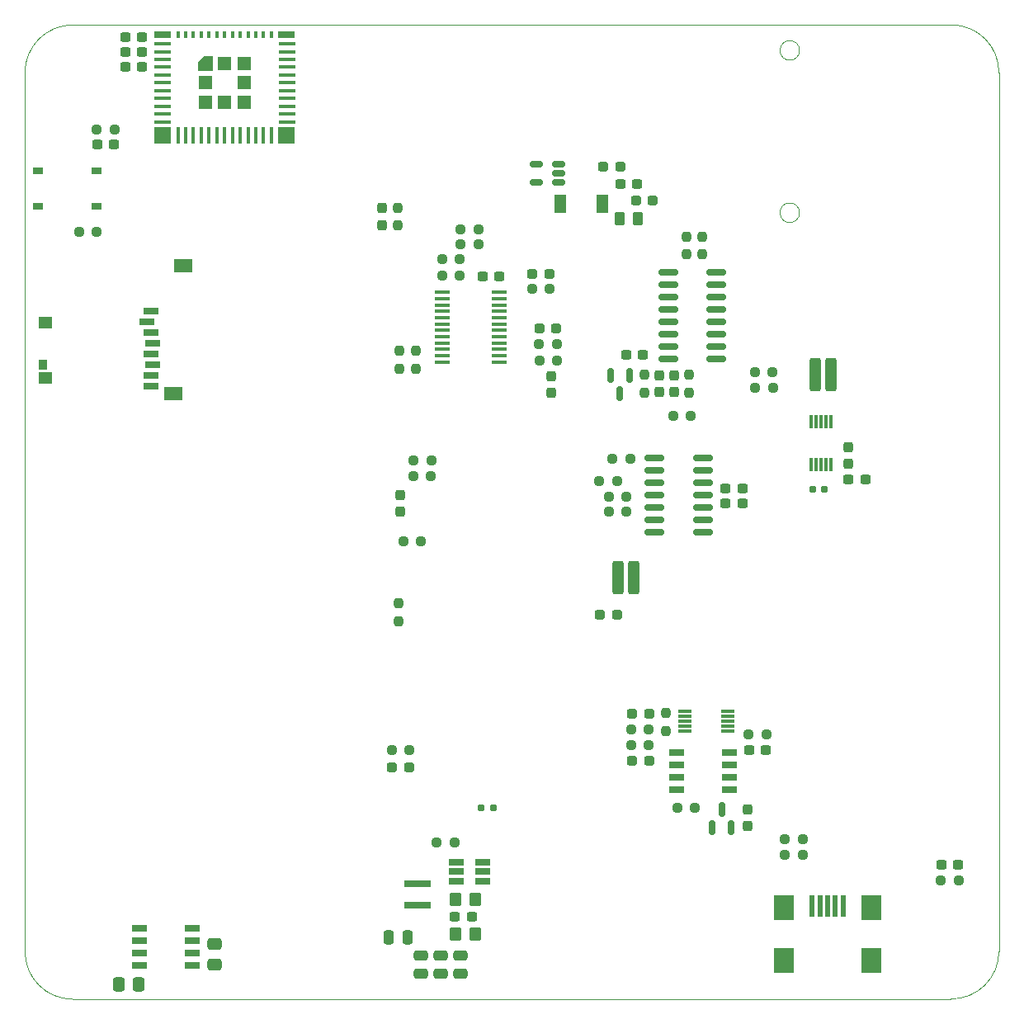
<source format=gbr>
%TF.GenerationSoftware,KiCad,Pcbnew,(6.0.5)*%
%TF.CreationDate,2022-06-30T10:31:41+03:00*%
%TF.ProjectId,test_project_01,74657374-5f70-4726-9f6a-6563745f3031,rev?*%
%TF.SameCoordinates,Original*%
%TF.FileFunction,Paste,Top*%
%TF.FilePolarity,Positive*%
%FSLAX46Y46*%
G04 Gerber Fmt 4.6, Leading zero omitted, Abs format (unit mm)*
G04 Created by KiCad (PCBNEW (6.0.5)) date 2022-06-30 10:31:41*
%MOMM*%
%LPD*%
G01*
G04 APERTURE LIST*
G04 Aperture macros list*
%AMRoundRect*
0 Rectangle with rounded corners*
0 $1 Rounding radius*
0 $2 $3 $4 $5 $6 $7 $8 $9 X,Y pos of 4 corners*
0 Add a 4 corners polygon primitive as box body*
4,1,4,$2,$3,$4,$5,$6,$7,$8,$9,$2,$3,0*
0 Add four circle primitives for the rounded corners*
1,1,$1+$1,$2,$3*
1,1,$1+$1,$4,$5*
1,1,$1+$1,$6,$7*
1,1,$1+$1,$8,$9*
0 Add four rect primitives between the rounded corners*
20,1,$1+$1,$2,$3,$4,$5,0*
20,1,$1+$1,$4,$5,$6,$7,0*
20,1,$1+$1,$6,$7,$8,$9,0*
20,1,$1+$1,$8,$9,$2,$3,0*%
%AMFreePoly0*
4,1,6,0.725000,-0.725000,-0.725000,-0.725000,-0.725000,0.125000,-0.125000,0.725000,0.725000,0.725000,0.725000,-0.725000,0.725000,-0.725000,$1*%
G04 Aperture macros list end*
%TA.AperFunction,Profile*%
%ADD10C,0.100000*%
%TD*%
%TA.AperFunction,Profile*%
%ADD11C,0.120000*%
%TD*%
%ADD12RoundRect,0.237500X-0.237500X0.300000X-0.237500X-0.300000X0.237500X-0.300000X0.237500X0.300000X0*%
%ADD13RoundRect,0.150000X0.150000X-0.587500X0.150000X0.587500X-0.150000X0.587500X-0.150000X-0.587500X0*%
%ADD14RoundRect,0.237500X-0.300000X-0.237500X0.300000X-0.237500X0.300000X0.237500X-0.300000X0.237500X0*%
%ADD15R,2.700000X0.800000*%
%ADD16RoundRect,0.237500X0.300000X0.237500X-0.300000X0.237500X-0.300000X-0.237500X0.300000X-0.237500X0*%
%ADD17RoundRect,0.237500X-0.250000X-0.237500X0.250000X-0.237500X0.250000X0.237500X-0.250000X0.237500X0*%
%ADD18RoundRect,0.237500X0.237500X-0.300000X0.237500X0.300000X-0.237500X0.300000X-0.237500X-0.300000X0*%
%ADD19RoundRect,0.250000X0.250000X0.475000X-0.250000X0.475000X-0.250000X-0.475000X0.250000X-0.475000X0*%
%ADD20RoundRect,0.237500X-0.287500X-0.237500X0.287500X-0.237500X0.287500X0.237500X-0.287500X0.237500X0*%
%ADD21RoundRect,0.237500X0.250000X0.237500X-0.250000X0.237500X-0.250000X-0.237500X0.250000X-0.237500X0*%
%ADD22RoundRect,0.250000X-0.350000X-0.450000X0.350000X-0.450000X0.350000X0.450000X-0.350000X0.450000X0*%
%ADD23RoundRect,0.250000X0.475000X-0.337500X0.475000X0.337500X-0.475000X0.337500X-0.475000X-0.337500X0*%
%ADD24RoundRect,0.150000X0.825000X0.150000X-0.825000X0.150000X-0.825000X-0.150000X0.825000X-0.150000X0*%
%ADD25RoundRect,0.160000X-0.197500X-0.160000X0.197500X-0.160000X0.197500X0.160000X-0.197500X0.160000X0*%
%ADD26RoundRect,0.250000X-0.475000X0.250000X-0.475000X-0.250000X0.475000X-0.250000X0.475000X0.250000X0*%
%ADD27RoundRect,0.237500X-0.237500X0.250000X-0.237500X-0.250000X0.237500X-0.250000X0.237500X0.250000X0*%
%ADD28RoundRect,0.250000X0.262500X0.450000X-0.262500X0.450000X-0.262500X-0.450000X0.262500X-0.450000X0*%
%ADD29RoundRect,0.237500X0.237500X-0.250000X0.237500X0.250000X-0.237500X0.250000X-0.237500X-0.250000X0*%
%ADD30RoundRect,0.237500X0.237500X-0.287500X0.237500X0.287500X-0.237500X0.287500X-0.237500X-0.287500X0*%
%ADD31RoundRect,0.160000X0.197500X0.160000X-0.197500X0.160000X-0.197500X-0.160000X0.197500X-0.160000X0*%
%ADD32RoundRect,0.237500X0.287500X0.237500X-0.287500X0.237500X-0.287500X-0.237500X0.287500X-0.237500X0*%
%ADD33R,1.000000X0.700000*%
%ADD34RoundRect,0.250000X0.350000X0.450000X-0.350000X0.450000X-0.350000X-0.450000X0.350000X-0.450000X0*%
%ADD35R,1.400000X0.300000*%
%ADD36RoundRect,0.250000X-0.337500X-1.450000X0.337500X-1.450000X0.337500X1.450000X-0.337500X1.450000X0*%
%ADD37R,1.800000X0.400000*%
%ADD38R,0.400000X1.800000*%
%ADD39R,1.450000X1.450000*%
%ADD40R,0.400000X0.800000*%
%ADD41R,1.700000X0.700000*%
%ADD42FreePoly0,0.000000*%
%ADD43R,1.700000X1.700000*%
%ADD44R,1.560000X0.650000*%
%ADD45R,0.300000X1.400000*%
%ADD46RoundRect,0.250000X0.337500X0.475000X-0.337500X0.475000X-0.337500X-0.475000X0.337500X-0.475000X0*%
%ADD47R,1.500000X0.650000*%
%ADD48R,1.200000X1.850000*%
%ADD49R,1.500000X0.450000*%
%ADD50RoundRect,0.250000X0.337500X1.450000X-0.337500X1.450000X-0.337500X-1.450000X0.337500X-1.450000X0*%
%ADD51R,0.500000X2.250000*%
%ADD52R,2.000000X2.500000*%
%ADD53R,1.400000X1.300000*%
%ADD54R,0.950000X1.000000*%
%ADD55R,1.900000X1.400000*%
%ADD56R,1.500000X0.800000*%
%ADD57RoundRect,0.150000X0.512500X0.150000X-0.512500X0.150000X-0.512500X-0.150000X0.512500X-0.150000X0*%
%ADD58RoundRect,0.150000X-0.150000X0.587500X-0.150000X-0.587500X0.150000X-0.587500X0.150000X0.587500X0*%
G04 APERTURE END LIST*
D10*
X54944997Y-50017243D02*
X145105552Y-50016884D01*
X50038000Y-145054603D02*
X50016884Y-54944848D01*
X145034000Y-149961600D02*
X54894048Y-149982716D01*
X149961600Y-145105552D02*
X149961600Y-54944997D01*
X145034000Y-149961600D02*
G75*
G03*
X149961600Y-145105552I70785J4856299D01*
G01*
X50037998Y-145054603D02*
G75*
G03*
X54894048Y-149982716I4856297J-71293D01*
G01*
X54944997Y-50017243D02*
G75*
G03*
X50016884Y-54944848I-254J-4927859D01*
G01*
X149961599Y-54944997D02*
G75*
G03*
X145105552Y-50016884I-4856299J71291D01*
G01*
D11*
%TO.C,J4*%
X129501800Y-69291200D02*
G75*
G03*
X129501800Y-69291200I-1000000J0D01*
G01*
X129501800Y-52639200D02*
G75*
G03*
X129501800Y-52639200I-1000000J0D01*
G01*
%TD*%
D12*
%TO.C,C16*%
X124180600Y-130531700D03*
X124180600Y-132256700D03*
%TD*%
D13*
%TO.C,U8*%
X120563600Y-132407900D03*
X122463600Y-132407900D03*
X121513600Y-130532900D03*
%TD*%
D14*
%TO.C,C11*%
X121922200Y-97561400D03*
X123647200Y-97561400D03*
%TD*%
D15*
%TO.C,L1*%
X90297000Y-138153000D03*
X90297000Y-140353000D03*
%TD*%
D16*
%TO.C,C5*%
X62050000Y-52806600D03*
X60325000Y-52806600D03*
%TD*%
D17*
%TO.C,R27*%
X110290600Y-94538800D03*
X112115600Y-94538800D03*
%TD*%
D18*
%TO.C,C7*%
X115138200Y-87679700D03*
X115138200Y-85954700D03*
%TD*%
D17*
%TO.C,R34*%
X128017900Y-133604000D03*
X129842900Y-133604000D03*
%TD*%
D19*
%TO.C,C22*%
X89276000Y-143637000D03*
X87376000Y-143637000D03*
%TD*%
D17*
%TO.C,R29*%
X124893700Y-85623400D03*
X126718700Y-85623400D03*
%TD*%
D20*
%TO.C,D3*%
X112307400Y-125552200D03*
X114057400Y-125552200D03*
%TD*%
D21*
%TO.C,R12*%
X96545400Y-72491600D03*
X94720400Y-72491600D03*
%TD*%
D22*
%TO.C,RR2*%
X94199200Y-139776200D03*
X96199200Y-139776200D03*
%TD*%
D12*
%TO.C,C6*%
X116662200Y-85980100D03*
X116662200Y-87705100D03*
%TD*%
D21*
%TO.C,R25*%
X111758100Y-99974400D03*
X109933100Y-99974400D03*
%TD*%
D23*
%TO.C,C18*%
X69469000Y-146427100D03*
X69469000Y-144352100D03*
%TD*%
D24*
%TO.C,U3*%
X120991400Y-84302600D03*
X120991400Y-83032600D03*
X120991400Y-81762600D03*
X120991400Y-80492600D03*
X120991400Y-79222600D03*
X120991400Y-77952600D03*
X120991400Y-76682600D03*
X120991400Y-75412600D03*
X116041400Y-75412600D03*
X116041400Y-76682600D03*
X116041400Y-77952600D03*
X116041400Y-79222600D03*
X116041400Y-80492600D03*
X116041400Y-81762600D03*
X116041400Y-83032600D03*
X116041400Y-84302600D03*
%TD*%
D12*
%TO.C,C8*%
X88544400Y-98222900D03*
X88544400Y-99947900D03*
%TD*%
D25*
%TO.C,FB2*%
X96862300Y-130327400D03*
X98057300Y-130327400D03*
%TD*%
D26*
%TO.C,C21*%
X90678000Y-145481000D03*
X90678000Y-147381000D03*
%TD*%
D16*
%TO.C,C3*%
X59180900Y-62306200D03*
X57455900Y-62306200D03*
%TD*%
D27*
%TO.C,R9*%
X88341200Y-109374300D03*
X88341200Y-111199300D03*
%TD*%
D26*
%TO.C,C24*%
X94742000Y-145481000D03*
X94742000Y-147381000D03*
%TD*%
D28*
%TO.C,R20*%
X112875700Y-69926200D03*
X111050700Y-69926200D03*
%TD*%
D29*
%TO.C,R42*%
X118186200Y-87755100D03*
X118186200Y-85930100D03*
%TD*%
D17*
%TO.C,R36*%
X112221000Y-122275600D03*
X114046000Y-122275600D03*
%TD*%
D30*
%TO.C,D6*%
X86639400Y-70558600D03*
X86639400Y-68808600D03*
%TD*%
D31*
%TO.C,R35*%
X132067900Y-97637600D03*
X130872900Y-97637600D03*
%TD*%
D32*
%TO.C,D5*%
X89456200Y-126161800D03*
X87706200Y-126161800D03*
%TD*%
D33*
%TO.C,SW1*%
X51356000Y-64952000D03*
X57356000Y-64952000D03*
X51356000Y-68652000D03*
X57356000Y-68652000D03*
%TD*%
D29*
%TO.C,R40*%
X115773200Y-122451500D03*
X115773200Y-120626500D03*
%TD*%
D34*
%TO.C,RR1*%
X96199200Y-143281400D03*
X94199200Y-143281400D03*
%TD*%
D17*
%TO.C,R8*%
X88853000Y-102971600D03*
X90678000Y-102971600D03*
%TD*%
D16*
%TO.C,C1*%
X62048900Y-54330600D03*
X60323900Y-54330600D03*
%TD*%
D29*
%TO.C,R18*%
X90121600Y-85312400D03*
X90121600Y-83487400D03*
%TD*%
D21*
%TO.C,R26*%
X111758100Y-98399600D03*
X109933100Y-98399600D03*
%TD*%
D17*
%TO.C,R43*%
X116511700Y-90170000D03*
X118336700Y-90170000D03*
%TD*%
D20*
%TO.C,D1*%
X112713800Y-68021200D03*
X114463800Y-68021200D03*
%TD*%
D24*
%TO.C,U6*%
X119569000Y-102108000D03*
X119569000Y-100838000D03*
X119569000Y-99568000D03*
X119569000Y-98298000D03*
X119569000Y-97028000D03*
X119569000Y-95758000D03*
X119569000Y-94488000D03*
X114619000Y-94488000D03*
X114619000Y-95758000D03*
X114619000Y-97028000D03*
X114619000Y-98298000D03*
X114619000Y-99568000D03*
X114619000Y-100838000D03*
X114619000Y-102108000D03*
%TD*%
D35*
%TO.C,IC3*%
X117713400Y-120462800D03*
X117713400Y-120962800D03*
X117713400Y-121462800D03*
X117713400Y-121962800D03*
X117713400Y-122462800D03*
X122113400Y-122462800D03*
X122113400Y-121962800D03*
X122113400Y-121462800D03*
X122113400Y-120962800D03*
X122113400Y-120462800D03*
%TD*%
D14*
%TO.C,C15*%
X124334100Y-124460000D03*
X126059100Y-124460000D03*
%TD*%
D27*
%TO.C,R23*%
X117881400Y-71731500D03*
X117881400Y-73556500D03*
%TD*%
D16*
%TO.C,C12*%
X123646100Y-99085400D03*
X121921100Y-99085400D03*
%TD*%
D14*
%TO.C,C9*%
X111126100Y-66319400D03*
X112851100Y-66319400D03*
%TD*%
D17*
%TO.C,R39*%
X116968900Y-130378200D03*
X118793900Y-130378200D03*
%TD*%
D14*
%TO.C,C4*%
X111710300Y-83896200D03*
X113435300Y-83896200D03*
%TD*%
D20*
%TO.C,D8*%
X102807800Y-81127600D03*
X104557800Y-81127600D03*
%TD*%
D36*
%TO.C,R31*%
X131090100Y-85877400D03*
X132765100Y-85877400D03*
%TD*%
D16*
%TO.C,C10*%
X145791100Y-136220200D03*
X144066100Y-136220200D03*
%TD*%
D21*
%TO.C,R13*%
X96547300Y-70967600D03*
X94722300Y-70967600D03*
%TD*%
D14*
%TO.C,C23*%
X96978300Y-75844400D03*
X98703300Y-75844400D03*
%TD*%
D20*
%TO.C,D2*%
X112307400Y-120675400D03*
X114057400Y-120675400D03*
%TD*%
D37*
%TO.C,U1*%
X64112600Y-51956200D03*
X64112600Y-52756200D03*
X64112600Y-53556200D03*
X64112600Y-54356200D03*
X64112600Y-55156200D03*
X64112600Y-55956200D03*
X64112600Y-56756200D03*
X64112600Y-57556200D03*
X64112600Y-58356200D03*
X64112600Y-59156200D03*
X64112600Y-59956200D03*
D38*
X65712600Y-61356200D03*
X66512600Y-61356200D03*
X67312600Y-61356200D03*
X68112600Y-61356200D03*
X68912600Y-61356200D03*
X69712600Y-61356200D03*
X70512600Y-61356200D03*
X71312600Y-61356200D03*
X72112600Y-61356200D03*
X72912600Y-61356200D03*
X73712600Y-61356200D03*
X74512600Y-61356200D03*
X75312600Y-61356200D03*
D37*
X76912600Y-59956200D03*
X76912600Y-59156200D03*
X76912600Y-58356200D03*
X76912600Y-57556200D03*
X76912600Y-56756200D03*
X76912600Y-55956200D03*
X76912600Y-55156200D03*
X76912600Y-54356200D03*
X76912600Y-53556200D03*
X76912600Y-52756200D03*
X76912600Y-51956200D03*
D39*
X70512600Y-53981200D03*
D40*
X65712600Y-51056200D03*
X72912600Y-51056200D03*
X66512600Y-51056200D03*
X70512600Y-51056200D03*
X72112600Y-51056200D03*
D39*
X72487600Y-53981200D03*
D40*
X69712600Y-51056200D03*
X68912600Y-51056200D03*
D39*
X70512600Y-57931200D03*
X68537600Y-57931200D03*
D41*
X76862600Y-51006200D03*
D40*
X74512600Y-51056200D03*
X67312600Y-51056200D03*
D39*
X72487600Y-57931200D03*
X72487600Y-55956200D03*
D42*
X68537600Y-53981200D03*
D41*
X64162600Y-51006200D03*
D39*
X68537600Y-55956200D03*
D40*
X75312600Y-51056200D03*
X71312600Y-51056200D03*
X68112600Y-51056200D03*
D43*
X76862600Y-61356200D03*
D40*
X73712600Y-51056200D03*
D43*
X64162600Y-61356200D03*
%TD*%
D44*
%TO.C,U10*%
X94281000Y-135956000D03*
X94281000Y-136906000D03*
X94281000Y-137856000D03*
X96981000Y-137856000D03*
X96981000Y-136906000D03*
X96981000Y-135956000D03*
%TD*%
D20*
%TO.C,D7*%
X102096600Y-75590400D03*
X103846600Y-75590400D03*
%TD*%
D27*
%TO.C,R19*%
X88468200Y-83468200D03*
X88468200Y-85293200D03*
%TD*%
D21*
%TO.C,R3*%
X94077800Y-133908800D03*
X92252800Y-133908800D03*
%TD*%
D17*
%TO.C,R2*%
X57380500Y-60731400D03*
X59205500Y-60731400D03*
%TD*%
D29*
%TO.C,R1*%
X113588800Y-87729700D03*
X113588800Y-85904700D03*
%TD*%
D45*
%TO.C,IC2*%
X132698300Y-90763300D03*
X132198300Y-90763300D03*
X131698300Y-90763300D03*
X131198300Y-90763300D03*
X130698300Y-90763300D03*
X130698300Y-95163300D03*
X131198300Y-95163300D03*
X131698300Y-95163300D03*
X132198300Y-95163300D03*
X132698300Y-95163300D03*
%TD*%
D20*
%TO.C,F1*%
X109361000Y-64566800D03*
X111111000Y-64566800D03*
%TD*%
D21*
%TO.C,R46*%
X104595300Y-82753200D03*
X102770300Y-82753200D03*
%TD*%
D17*
%TO.C,R32*%
X143992600Y-137820400D03*
X145817600Y-137820400D03*
%TD*%
D21*
%TO.C,R6*%
X91741000Y-94691200D03*
X89916000Y-94691200D03*
%TD*%
D46*
%TO.C,C17*%
X61718100Y-148463000D03*
X59643100Y-148463000D03*
%TD*%
D47*
%TO.C,IC4*%
X67165200Y-146507200D03*
X67165200Y-145237200D03*
X67165200Y-143967200D03*
X67165200Y-142697200D03*
X61765200Y-142697200D03*
X61765200Y-143967200D03*
X61765200Y-145237200D03*
X61765200Y-146507200D03*
%TD*%
D21*
%TO.C,R28*%
X126769500Y-87223600D03*
X124944500Y-87223600D03*
%TD*%
D27*
%TO.C,R45*%
X88290400Y-68794600D03*
X88290400Y-70619600D03*
%TD*%
D16*
%TO.C,C20*%
X95858500Y-141528800D03*
X94133500Y-141528800D03*
%TD*%
D17*
%TO.C,R44*%
X87671000Y-124434600D03*
X89496000Y-124434600D03*
%TD*%
%TO.C,R16*%
X92838900Y-74066400D03*
X94663900Y-74066400D03*
%TD*%
%TO.C,R24*%
X108966000Y-96824800D03*
X110791000Y-96824800D03*
%TD*%
D30*
%TO.C,D9*%
X104038400Y-87793800D03*
X104038400Y-86043800D03*
%TD*%
D21*
%TO.C,R38*%
X126109100Y-122809000D03*
X124284100Y-122809000D03*
%TD*%
D32*
%TO.C,F2*%
X110806200Y-110540800D03*
X109056200Y-110540800D03*
%TD*%
D17*
%TO.C,R37*%
X112224900Y-123926600D03*
X114049900Y-123926600D03*
%TD*%
D21*
%TO.C,R47*%
X104646100Y-84429600D03*
X102821100Y-84429600D03*
%TD*%
D14*
%TO.C,C14*%
X134518800Y-96646300D03*
X136243800Y-96646300D03*
%TD*%
D16*
%TO.C,C2*%
X62051100Y-51257200D03*
X60326100Y-51257200D03*
%TD*%
D48*
%TO.C,FB1*%
X104961800Y-68376800D03*
X109261800Y-68376800D03*
%TD*%
D49*
%TO.C,IC1*%
X92808000Y-77451000D03*
X92808000Y-78101000D03*
X92808000Y-78751000D03*
X92808000Y-79401000D03*
X92808000Y-80051000D03*
X92808000Y-80701000D03*
X92808000Y-81351000D03*
X92808000Y-82001000D03*
X92808000Y-82651000D03*
X92808000Y-83301000D03*
X92808000Y-83951000D03*
X92808000Y-84601000D03*
X98708000Y-84601000D03*
X98708000Y-83951000D03*
X98708000Y-83301000D03*
X98708000Y-82651000D03*
X98708000Y-82001000D03*
X98708000Y-81351000D03*
X98708000Y-80701000D03*
X98708000Y-80051000D03*
X98708000Y-79401000D03*
X98708000Y-78751000D03*
X98708000Y-78101000D03*
X98708000Y-77451000D03*
%TD*%
D21*
%TO.C,R4*%
X91692100Y-96316800D03*
X89867100Y-96316800D03*
%TD*%
D50*
%TO.C,R41*%
X112520600Y-106730800D03*
X110845600Y-106730800D03*
%TD*%
D51*
%TO.C,J10*%
X130784800Y-140448600D03*
X131584800Y-140448600D03*
X132384800Y-140448600D03*
X133184800Y-140448600D03*
X133984800Y-140448600D03*
D52*
X127934800Y-140573600D03*
X136834800Y-140573600D03*
X127934800Y-146023600D03*
X136834800Y-146023600D03*
%TD*%
D17*
%TO.C,R17*%
X92813500Y-75768200D03*
X94638500Y-75768200D03*
%TD*%
D29*
%TO.C,R22*%
X119553200Y-73565900D03*
X119553200Y-71740900D03*
%TD*%
D21*
%TO.C,R30*%
X103884100Y-77114400D03*
X102059100Y-77114400D03*
%TD*%
D53*
%TO.C,J3*%
X52110000Y-86280400D03*
D54*
X51884000Y-84890400D03*
D53*
X52110000Y-80580400D03*
D55*
X65259000Y-87880400D03*
X66259000Y-74730400D03*
D56*
X62970000Y-79390400D03*
X62570000Y-80490400D03*
X62970000Y-81590400D03*
X63170000Y-82690400D03*
X62970000Y-83790400D03*
X63170000Y-84890400D03*
X62970000Y-85990400D03*
X62970000Y-87090400D03*
%TD*%
D26*
%TO.C,C25*%
X92705000Y-145481000D03*
X92705000Y-147381000D03*
%TD*%
D57*
%TO.C,U5*%
X104769500Y-66177200D03*
X104769500Y-65227200D03*
X104769500Y-64277200D03*
X102494500Y-64277200D03*
X102494500Y-66177200D03*
%TD*%
D21*
%TO.C,R33*%
X129819400Y-135204200D03*
X127994400Y-135204200D03*
%TD*%
D58*
%TO.C,U2*%
X112024200Y-85955900D03*
X110124200Y-85955900D03*
X111074200Y-87830900D03*
%TD*%
D47*
%TO.C,Q1*%
X122308600Y-128447800D03*
X122308600Y-127177800D03*
X122308600Y-125907800D03*
X122308600Y-124637800D03*
X116908600Y-124637800D03*
X116908600Y-125907800D03*
X116908600Y-127177800D03*
X116908600Y-128447800D03*
%TD*%
D18*
%TO.C,C13*%
X134492300Y-95045000D03*
X134492300Y-93320000D03*
%TD*%
D21*
%TO.C,R21*%
X57376700Y-71221600D03*
X55551700Y-71221600D03*
%TD*%
M02*

</source>
